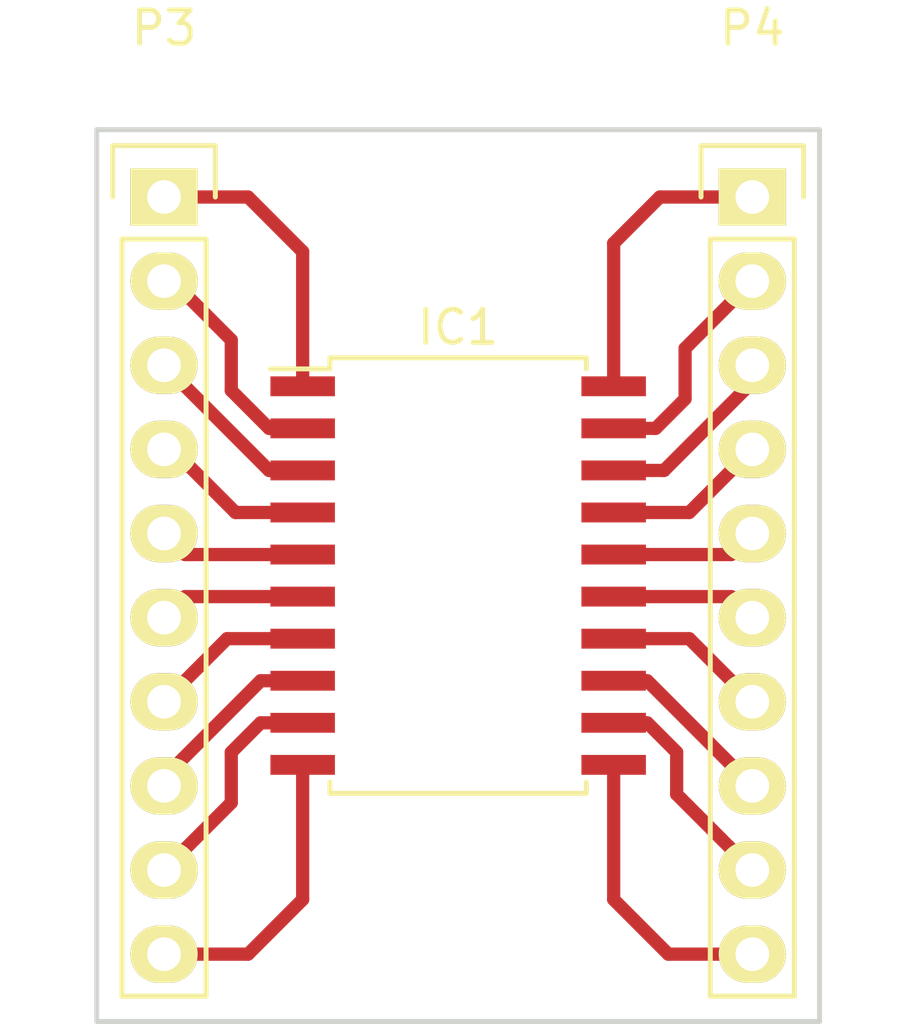
<source format=kicad_pcb>
(kicad_pcb (version 4) (host pcbnew 0.201512031508+6343~38~ubuntu14.04.1-stable)

  (general
    (links 20)
    (no_connects 0)
    (area 162.992999 102.032999 184.987001 167.207001)
    (thickness 1.6)
    (drawings 4)
    (tracks 56)
    (zones 0)
    (modules 3)
    (nets 21)
  )

  (page A4)
  (layers
    (0 F.Cu signal)
    (31 B.Cu signal)
    (32 B.Adhes user)
    (33 F.Adhes user)
    (34 B.Paste user)
    (35 F.Paste user)
    (36 B.SilkS user)
    (37 F.SilkS user)
    (38 B.Mask user)
    (39 F.Mask user)
    (40 Dwgs.User user)
    (41 Cmts.User user)
    (42 Eco1.User user)
    (43 Eco2.User user)
    (44 Edge.Cuts user)
    (45 Margin user)
    (46 B.CrtYd user)
    (47 F.CrtYd user)
    (48 B.Fab user)
    (49 F.Fab user)
  )

  (setup
    (last_trace_width 0.4)
    (trace_clearance 0.2)
    (zone_clearance 0.508)
    (zone_45_only no)
    (trace_min 0.2)
    (segment_width 0.2)
    (edge_width 0.15)
    (via_size 0.8)
    (via_drill 0.4)
    (via_min_size 0.4)
    (via_min_drill 0.3)
    (uvia_size 0.3)
    (uvia_drill 0.1)
    (uvias_allowed no)
    (uvia_min_size 0.2)
    (uvia_min_drill 0.1)
    (pcb_text_width 0.3)
    (pcb_text_size 1.5 1.5)
    (mod_edge_width 0.15)
    (mod_text_size 1 1)
    (mod_text_width 0.15)
    (pad_size 1.524 1.524)
    (pad_drill 0.762)
    (pad_to_mask_clearance 0.2)
    (aux_axis_origin 0 0)
    (visible_elements FFFFFF7F)
    (pcbplotparams
      (layerselection 0x00000_80000001)
      (usegerberextensions false)
      (excludeedgelayer true)
      (linewidth 1.000000)
      (plotframeref false)
      (viasonmask false)
      (mode 1)
      (useauxorigin false)
      (hpglpennumber 1)
      (hpglpenspeed 20)
      (hpglpendiameter 15)
      (hpglpenoverlay 2)
      (psnegative false)
      (psa4output false)
      (plotreference false)
      (plotvalue false)
      (plotinvisibletext false)
      (padsonsilk false)
      (subtractmaskfromsilk false)
      (outputformat 1)
      (mirror false)
      (drillshape 0)
      (scaleselection 1)
      (outputdirectory /home/nail/tmp/))
  )

  (net 0 "")
  (net 1 "Net-(IC1-Pad1)")
  (net 2 "Net-(IC1-Pad2)")
  (net 3 "Net-(IC1-Pad3)")
  (net 4 "Net-(IC1-Pad4)")
  (net 5 "Net-(IC1-Pad5)")
  (net 6 "Net-(IC1-Pad6)")
  (net 7 "Net-(IC1-Pad7)")
  (net 8 "Net-(IC1-Pad8)")
  (net 9 "Net-(IC1-Pad9)")
  (net 10 "Net-(IC1-Pad10)")
  (net 11 "Net-(IC1-Pad11)")
  (net 12 "Net-(IC1-Pad12)")
  (net 13 "Net-(IC1-Pad13)")
  (net 14 "Net-(IC1-Pad14)")
  (net 15 "Net-(IC1-Pad15)")
  (net 16 "Net-(IC1-Pad16)")
  (net 17 "Net-(IC1-Pad17)")
  (net 18 "Net-(IC1-Pad18)")
  (net 19 "Net-(IC1-Pad19)")
  (net 20 "Net-(IC1-Pad20)")

  (net_class Default "This is the default net class."
    (clearance 0.2)
    (trace_width 0.4)
    (via_dia 0.8)
    (via_drill 0.4)
    (uvia_dia 0.3)
    (uvia_drill 0.1)
    (add_net "Net-(IC1-Pad1)")
    (add_net "Net-(IC1-Pad10)")
    (add_net "Net-(IC1-Pad11)")
    (add_net "Net-(IC1-Pad12)")
    (add_net "Net-(IC1-Pad13)")
    (add_net "Net-(IC1-Pad14)")
    (add_net "Net-(IC1-Pad15)")
    (add_net "Net-(IC1-Pad16)")
    (add_net "Net-(IC1-Pad17)")
    (add_net "Net-(IC1-Pad18)")
    (add_net "Net-(IC1-Pad19)")
    (add_net "Net-(IC1-Pad2)")
    (add_net "Net-(IC1-Pad20)")
    (add_net "Net-(IC1-Pad3)")
    (add_net "Net-(IC1-Pad4)")
    (add_net "Net-(IC1-Pad5)")
    (add_net "Net-(IC1-Pad6)")
    (add_net "Net-(IC1-Pad7)")
    (add_net "Net-(IC1-Pad8)")
    (add_net "Net-(IC1-Pad9)")
  )

  (module Pin_Headers:Pin_Header_Straight_1x10 (layer F.Cu) (tedit 0) (tstamp 5638DB4B)
    (at 137.7188 95.5802)
    (descr "Through hole pin header")
    (tags "pin header")
    (path /5638DC73)
    (fp_text reference P3 (at 0 -5.1) (layer F.SilkS)
      (effects (font (size 1 1) (thickness 0.15)))
    )
    (fp_text value CONN_01X10 (at 0 -3.1) (layer F.Fab)
      (effects (font (size 1 1) (thickness 0.15)))
    )
    (fp_line (start -1.75 -1.75) (end -1.75 24.65) (layer F.CrtYd) (width 0.05))
    (fp_line (start 1.75 -1.75) (end 1.75 24.65) (layer F.CrtYd) (width 0.05))
    (fp_line (start -1.75 -1.75) (end 1.75 -1.75) (layer F.CrtYd) (width 0.05))
    (fp_line (start -1.75 24.65) (end 1.75 24.65) (layer F.CrtYd) (width 0.05))
    (fp_line (start 1.27 1.27) (end 1.27 24.13) (layer F.SilkS) (width 0.15))
    (fp_line (start 1.27 24.13) (end -1.27 24.13) (layer F.SilkS) (width 0.15))
    (fp_line (start -1.27 24.13) (end -1.27 1.27) (layer F.SilkS) (width 0.15))
    (fp_line (start 1.55 -1.55) (end 1.55 0) (layer F.SilkS) (width 0.15))
    (fp_line (start 1.27 1.27) (end -1.27 1.27) (layer F.SilkS) (width 0.15))
    (fp_line (start -1.55 0) (end -1.55 -1.55) (layer F.SilkS) (width 0.15))
    (fp_line (start -1.55 -1.55) (end 1.55 -1.55) (layer F.SilkS) (width 0.15))
    (pad 1 thru_hole rect (at 0 0) (size 2.032 1.7272) (drill 1.016) (layers *.Cu *.Mask F.SilkS)
      (net 1 "Net-(IC1-Pad1)"))
    (pad 2 thru_hole oval (at 0 2.54) (size 2.032 1.7272) (drill 1.016) (layers *.Cu *.Mask F.SilkS)
      (net 2 "Net-(IC1-Pad2)"))
    (pad 3 thru_hole oval (at 0 5.08) (size 2.032 1.7272) (drill 1.016) (layers *.Cu *.Mask F.SilkS)
      (net 3 "Net-(IC1-Pad3)"))
    (pad 4 thru_hole oval (at 0 7.62) (size 2.032 1.7272) (drill 1.016) (layers *.Cu *.Mask F.SilkS)
      (net 4 "Net-(IC1-Pad4)"))
    (pad 5 thru_hole oval (at 0 10.16) (size 2.032 1.7272) (drill 1.016) (layers *.Cu *.Mask F.SilkS)
      (net 5 "Net-(IC1-Pad5)"))
    (pad 6 thru_hole oval (at 0 12.7) (size 2.032 1.7272) (drill 1.016) (layers *.Cu *.Mask F.SilkS)
      (net 6 "Net-(IC1-Pad6)"))
    (pad 7 thru_hole oval (at 0 15.24) (size 2.032 1.7272) (drill 1.016) (layers *.Cu *.Mask F.SilkS)
      (net 7 "Net-(IC1-Pad7)"))
    (pad 8 thru_hole oval (at 0 17.78) (size 2.032 1.7272) (drill 1.016) (layers *.Cu *.Mask F.SilkS)
      (net 8 "Net-(IC1-Pad8)"))
    (pad 9 thru_hole oval (at 0 20.32) (size 2.032 1.7272) (drill 1.016) (layers *.Cu *.Mask F.SilkS)
      (net 9 "Net-(IC1-Pad9)"))
    (pad 10 thru_hole oval (at 0 22.86) (size 2.032 1.7272) (drill 1.016) (layers *.Cu *.Mask F.SilkS)
      (net 10 "Net-(IC1-Pad10)"))
    (model Pin_Headers.3dshapes/Pin_Header_Straight_1x10.wrl
      (at (xyz 0 -0.45 0))
      (scale (xyz 1 1 1))
      (rotate (xyz 0 0 90))
    )
  )

  (module Pin_Headers:Pin_Header_Straight_1x10 (layer F.Cu) (tedit 0) (tstamp 5638DB64)
    (at 155.4988 95.5802)
    (descr "Through hole pin header")
    (tags "pin header")
    (path /5638DC79)
    (fp_text reference P4 (at 0 -5.1) (layer F.SilkS)
      (effects (font (size 1 1) (thickness 0.15)))
    )
    (fp_text value CONN_01X14 (at 0 -3.1) (layer F.Fab)
      (effects (font (size 1 1) (thickness 0.15)))
    )
    (fp_line (start -1.75 -1.75) (end -1.75 24.65) (layer F.CrtYd) (width 0.05))
    (fp_line (start 1.75 -1.75) (end 1.75 24.65) (layer F.CrtYd) (width 0.05))
    (fp_line (start -1.75 -1.75) (end 1.75 -1.75) (layer F.CrtYd) (width 0.05))
    (fp_line (start -1.75 24.65) (end 1.75 24.65) (layer F.CrtYd) (width 0.05))
    (fp_line (start 1.27 1.27) (end 1.27 24.13) (layer F.SilkS) (width 0.15))
    (fp_line (start 1.27 24.13) (end -1.27 24.13) (layer F.SilkS) (width 0.15))
    (fp_line (start -1.27 24.13) (end -1.27 1.27) (layer F.SilkS) (width 0.15))
    (fp_line (start 1.55 -1.55) (end 1.55 0) (layer F.SilkS) (width 0.15))
    (fp_line (start 1.27 1.27) (end -1.27 1.27) (layer F.SilkS) (width 0.15))
    (fp_line (start -1.55 0) (end -1.55 -1.55) (layer F.SilkS) (width 0.15))
    (fp_line (start -1.55 -1.55) (end 1.55 -1.55) (layer F.SilkS) (width 0.15))
    (pad 1 thru_hole rect (at 0 0) (size 2.032 1.7272) (drill 1.016) (layers *.Cu *.Mask F.SilkS)
      (net 20 "Net-(IC1-Pad20)"))
    (pad 2 thru_hole oval (at 0 2.54) (size 2.032 1.7272) (drill 1.016) (layers *.Cu *.Mask F.SilkS)
      (net 19 "Net-(IC1-Pad19)"))
    (pad 3 thru_hole oval (at 0 5.08) (size 2.032 1.7272) (drill 1.016) (layers *.Cu *.Mask F.SilkS)
      (net 18 "Net-(IC1-Pad18)"))
    (pad 4 thru_hole oval (at 0 7.62) (size 2.032 1.7272) (drill 1.016) (layers *.Cu *.Mask F.SilkS)
      (net 17 "Net-(IC1-Pad17)"))
    (pad 5 thru_hole oval (at 0 10.16) (size 2.032 1.7272) (drill 1.016) (layers *.Cu *.Mask F.SilkS)
      (net 16 "Net-(IC1-Pad16)"))
    (pad 6 thru_hole oval (at 0 12.7) (size 2.032 1.7272) (drill 1.016) (layers *.Cu *.Mask F.SilkS)
      (net 15 "Net-(IC1-Pad15)"))
    (pad 7 thru_hole oval (at 0 15.24) (size 2.032 1.7272) (drill 1.016) (layers *.Cu *.Mask F.SilkS)
      (net 14 "Net-(IC1-Pad14)"))
    (pad 8 thru_hole oval (at 0 17.78) (size 2.032 1.7272) (drill 1.016) (layers *.Cu *.Mask F.SilkS)
      (net 13 "Net-(IC1-Pad13)"))
    (pad 9 thru_hole oval (at 0 20.32) (size 2.032 1.7272) (drill 1.016) (layers *.Cu *.Mask F.SilkS)
      (net 12 "Net-(IC1-Pad12)"))
    (pad 10 thru_hole oval (at 0 22.86) (size 2.032 1.7272) (drill 1.016) (layers *.Cu *.Mask F.SilkS)
      (net 11 "Net-(IC1-Pad11)"))
    (model Pin_Headers.3dshapes/Pin_Header_Straight_1x10.wrl
      (at (xyz 0 -0.45 0))
      (scale (xyz 1 1 1))
      (rotate (xyz 0 0 90))
    )
  )

  (module Housings_SOIC:SOIC-20_7.5x12.8mm_Pitch1.27mm (layer F.Cu) (tedit 54130A77) (tstamp 5638DB32)
    (at 146.6088 107.0102)
    (descr "20-Lead Plastic Small Outline (SO) - Wide, 7.50 mm Body [SOIC] (see Microchip Packaging Specification 00000049BS.pdf)")
    (tags "SOIC 1.27")
    (path /5638DFDA)
    (attr smd)
    (fp_text reference IC1 (at 0 -7.5) (layer F.SilkS)
      (effects (font (size 1 1) (thickness 0.15)))
    )
    (fp_text value AT90S1200-Y (at 0 7.5) (layer F.Fab)
      (effects (font (size 1 1) (thickness 0.15)))
    )
    (fp_line (start -5.95 -6.75) (end -5.95 6.75) (layer F.CrtYd) (width 0.05))
    (fp_line (start 5.95 -6.75) (end 5.95 6.75) (layer F.CrtYd) (width 0.05))
    (fp_line (start -5.95 -6.75) (end 5.95 -6.75) (layer F.CrtYd) (width 0.05))
    (fp_line (start -5.95 6.75) (end 5.95 6.75) (layer F.CrtYd) (width 0.05))
    (fp_line (start -3.875 -6.575) (end -3.875 -6.24) (layer F.SilkS) (width 0.15))
    (fp_line (start 3.875 -6.575) (end 3.875 -6.24) (layer F.SilkS) (width 0.15))
    (fp_line (start 3.875 6.575) (end 3.875 6.24) (layer F.SilkS) (width 0.15))
    (fp_line (start -3.875 6.575) (end -3.875 6.24) (layer F.SilkS) (width 0.15))
    (fp_line (start -3.875 -6.575) (end 3.875 -6.575) (layer F.SilkS) (width 0.15))
    (fp_line (start -3.875 6.575) (end 3.875 6.575) (layer F.SilkS) (width 0.15))
    (fp_line (start -3.875 -6.24) (end -5.675 -6.24) (layer F.SilkS) (width 0.15))
    (pad 1 smd rect (at -4.7 -5.715) (size 1.95 0.6) (layers F.Cu F.Paste F.Mask)
      (net 1 "Net-(IC1-Pad1)"))
    (pad 2 smd rect (at -4.7 -4.445) (size 1.95 0.6) (layers F.Cu F.Paste F.Mask)
      (net 2 "Net-(IC1-Pad2)"))
    (pad 3 smd rect (at -4.7 -3.175) (size 1.95 0.6) (layers F.Cu F.Paste F.Mask)
      (net 3 "Net-(IC1-Pad3)"))
    (pad 4 smd rect (at -4.7 -1.905) (size 1.95 0.6) (layers F.Cu F.Paste F.Mask)
      (net 4 "Net-(IC1-Pad4)"))
    (pad 5 smd rect (at -4.7 -0.635) (size 1.95 0.6) (layers F.Cu F.Paste F.Mask)
      (net 5 "Net-(IC1-Pad5)"))
    (pad 6 smd rect (at -4.7 0.635) (size 1.95 0.6) (layers F.Cu F.Paste F.Mask)
      (net 6 "Net-(IC1-Pad6)"))
    (pad 7 smd rect (at -4.7 1.905) (size 1.95 0.6) (layers F.Cu F.Paste F.Mask)
      (net 7 "Net-(IC1-Pad7)"))
    (pad 8 smd rect (at -4.7 3.175) (size 1.95 0.6) (layers F.Cu F.Paste F.Mask)
      (net 8 "Net-(IC1-Pad8)"))
    (pad 9 smd rect (at -4.7 4.445) (size 1.95 0.6) (layers F.Cu F.Paste F.Mask)
      (net 9 "Net-(IC1-Pad9)"))
    (pad 10 smd rect (at -4.7 5.715) (size 1.95 0.6) (layers F.Cu F.Paste F.Mask)
      (net 10 "Net-(IC1-Pad10)"))
    (pad 11 smd rect (at 4.7 5.715) (size 1.95 0.6) (layers F.Cu F.Paste F.Mask)
      (net 11 "Net-(IC1-Pad11)"))
    (pad 12 smd rect (at 4.7 4.445) (size 1.95 0.6) (layers F.Cu F.Paste F.Mask)
      (net 12 "Net-(IC1-Pad12)"))
    (pad 13 smd rect (at 4.7 3.175) (size 1.95 0.6) (layers F.Cu F.Paste F.Mask)
      (net 13 "Net-(IC1-Pad13)"))
    (pad 14 smd rect (at 4.7 1.905) (size 1.95 0.6) (layers F.Cu F.Paste F.Mask)
      (net 14 "Net-(IC1-Pad14)"))
    (pad 15 smd rect (at 4.7 0.635) (size 1.95 0.6) (layers F.Cu F.Paste F.Mask)
      (net 15 "Net-(IC1-Pad15)"))
    (pad 16 smd rect (at 4.7 -0.635) (size 1.95 0.6) (layers F.Cu F.Paste F.Mask)
      (net 16 "Net-(IC1-Pad16)"))
    (pad 17 smd rect (at 4.7 -1.905) (size 1.95 0.6) (layers F.Cu F.Paste F.Mask)
      (net 17 "Net-(IC1-Pad17)"))
    (pad 18 smd rect (at 4.7 -3.175) (size 1.95 0.6) (layers F.Cu F.Paste F.Mask)
      (net 18 "Net-(IC1-Pad18)"))
    (pad 19 smd rect (at 4.7 -4.445) (size 1.95 0.6) (layers F.Cu F.Paste F.Mask)
      (net 19 "Net-(IC1-Pad19)"))
    (pad 20 smd rect (at 4.7 -5.715) (size 1.95 0.6) (layers F.Cu F.Paste F.Mask)
      (net 20 "Net-(IC1-Pad20)"))
    (model Housings_SOIC.3dshapes/SOIC-20_7.5x12.8mm_Pitch1.27mm.wrl
      (at (xyz 0 0 0))
      (scale (xyz 1 1 1))
      (rotate (xyz 0 0 0))
    )
  )

  (gr_line (start 135.6868 120.4722) (end 135.6868 93.5482) (angle 90) (layer Edge.Cuts) (width 0.15))
  (gr_line (start 157.5308 120.4722) (end 135.6868 120.4722) (angle 90) (layer Edge.Cuts) (width 0.15))
  (gr_line (start 157.5308 93.5482) (end 157.5308 120.4722) (angle 90) (layer Edge.Cuts) (width 0.15))
  (gr_line (start 135.6868 93.5482) (end 157.5308 93.5482) (angle 90) (layer Edge.Cuts) (width 0.15))

  (segment (start 141.9088 101.2952) (end 141.9088 97.2302) (width 0.4) (layer F.Cu) (net 1))
  (segment (start 140.2588 95.5802) (end 137.7188 95.5802) (width 0.4) (layer F.Cu) (net 1) (tstamp 564B42A4))
  (segment (start 141.9088 97.2302) (end 140.2588 95.5802) (width 0.4) (layer F.Cu) (net 1) (tstamp 564B42A3))
  (segment (start 137.7188 98.1202) (end 137.9728 98.1202) (width 0.4) (layer F.Cu) (net 2))
  (segment (start 137.9728 98.1202) (end 139.7508 99.8982) (width 0.4) (layer F.Cu) (net 2) (tstamp 564B429D))
  (segment (start 139.7508 99.8982) (end 139.7508 101.4222) (width 0.4) (layer F.Cu) (net 2) (tstamp 564B429E))
  (segment (start 139.7508 101.4222) (end 140.8938 102.5652) (width 0.4) (layer F.Cu) (net 2) (tstamp 564B429F))
  (segment (start 140.8938 102.5652) (end 141.9088 102.5652) (width 0.4) (layer F.Cu) (net 2) (tstamp 564B42A0))
  (segment (start 141.9088 103.8352) (end 140.8938 103.8352) (width 0.4) (layer F.Cu) (net 3))
  (segment (start 140.8938 103.8352) (end 137.7188 100.6602) (width 0.4) (layer F.Cu) (net 3) (tstamp 564B4280))
  (segment (start 137.7188 103.2002) (end 137.9728 103.2002) (width 0.4) (layer F.Cu) (net 4))
  (segment (start 137.9728 103.2002) (end 139.8778 105.1052) (width 0.4) (layer F.Cu) (net 4) (tstamp 564B427B))
  (segment (start 139.8778 105.1052) (end 141.9088 105.1052) (width 0.4) (layer F.Cu) (net 4) (tstamp 564B427C))
  (segment (start 141.9088 106.3752) (end 138.3538 106.3752) (width 0.4) (layer F.Cu) (net 5))
  (segment (start 138.3538 106.3752) (end 137.7188 105.7402) (width 0.4) (layer F.Cu) (net 5) (tstamp 564B4268))
  (segment (start 141.9088 107.6452) (end 138.3538 107.6452) (width 0.4) (layer F.Cu) (net 6))
  (segment (start 138.3538 107.6452) (end 137.7188 108.2802) (width 0.4) (layer F.Cu) (net 6) (tstamp 564B426B))
  (segment (start 141.9088 108.9152) (end 139.6238 108.9152) (width 0.4) (layer F.Cu) (net 7))
  (segment (start 139.6238 108.9152) (end 137.7188 110.8202) (width 0.4) (layer F.Cu) (net 7) (tstamp 564B426E))
  (segment (start 137.7188 113.3602) (end 137.7188 113.1062) (width 0.4) (layer F.Cu) (net 8))
  (segment (start 137.7188 113.1062) (end 140.6398 110.1852) (width 0.4) (layer F.Cu) (net 8) (tstamp 564B4272))
  (segment (start 140.6398 110.1852) (end 141.9088 110.1852) (width 0.4) (layer F.Cu) (net 8) (tstamp 564B4273))
  (segment (start 141.9088 111.4552) (end 140.6398 111.4552) (width 0.4) (layer F.Cu) (net 9))
  (segment (start 139.7508 113.8682) (end 137.7188 115.9002) (width 0.4) (layer F.Cu) (net 9) (tstamp 564B4278))
  (segment (start 139.7508 112.3442) (end 139.7508 113.8682) (width 0.4) (layer F.Cu) (net 9) (tstamp 564B4277))
  (segment (start 140.6398 111.4552) (end 139.7508 112.3442) (width 0.4) (layer F.Cu) (net 9) (tstamp 564B4276))
  (segment (start 137.7188 118.4402) (end 140.2588 118.4402) (width 0.4) (layer F.Cu) (net 10))
  (segment (start 141.9088 116.7902) (end 141.9088 112.7252) (width 0.4) (layer F.Cu) (net 10) (tstamp 564B4284))
  (segment (start 140.2588 118.4402) (end 141.9088 116.7902) (width 0.4) (layer F.Cu) (net 10) (tstamp 564B4283))
  (segment (start 155.4988 118.4402) (end 152.9588 118.4402) (width 0.4) (layer F.Cu) (net 11))
  (segment (start 151.3088 116.7902) (end 151.3088 112.7252) (width 0.4) (layer F.Cu) (net 11) (tstamp 564B428A))
  (segment (start 152.9588 118.4402) (end 151.3088 116.7902) (width 0.4) (layer F.Cu) (net 11) (tstamp 564B4288))
  (segment (start 151.3088 111.4552) (end 152.3238 111.4552) (width 0.4) (layer F.Cu) (net 12))
  (segment (start 153.2128 113.6142) (end 155.4988 115.9002) (width 0.4) (layer F.Cu) (net 12) (tstamp 564B4290))
  (segment (start 153.2128 112.3442) (end 153.2128 113.6142) (width 0.4) (layer F.Cu) (net 12) (tstamp 564B428F))
  (segment (start 152.3238 111.4552) (end 153.2128 112.3442) (width 0.4) (layer F.Cu) (net 12) (tstamp 564B428E))
  (segment (start 151.3088 110.1852) (end 152.3238 110.1852) (width 0.4) (layer F.Cu) (net 13))
  (segment (start 152.3238 110.1852) (end 155.4988 113.3602) (width 0.4) (layer F.Cu) (net 13) (tstamp 564B4293))
  (segment (start 151.3088 108.9152) (end 153.5938 108.9152) (width 0.4) (layer F.Cu) (net 14))
  (segment (start 153.5938 108.9152) (end 155.4988 110.8202) (width 0.4) (layer F.Cu) (net 14) (tstamp 564B4296))
  (segment (start 151.3088 107.6452) (end 154.8638 107.6452) (width 0.4) (layer F.Cu) (net 15))
  (segment (start 154.8638 107.6452) (end 155.4988 108.2802) (width 0.4) (layer F.Cu) (net 15) (tstamp 564B429A))
  (segment (start 151.3088 106.3752) (end 154.8638 106.3752) (width 0.4) (layer F.Cu) (net 16))
  (segment (start 154.8638 106.3752) (end 155.4988 105.7402) (width 0.4) (layer F.Cu) (net 16) (tstamp 564B42BD))
  (segment (start 151.3088 105.1052) (end 153.5938 105.1052) (width 0.4) (layer F.Cu) (net 17))
  (segment (start 153.5938 105.1052) (end 155.4988 103.2002) (width 0.4) (layer F.Cu) (net 17) (tstamp 564B42B9))
  (segment (start 155.4988 100.6602) (end 155.4988 101.1682) (width 0.4) (layer F.Cu) (net 18))
  (segment (start 155.4988 101.1682) (end 152.8318 103.8352) (width 0.4) (layer F.Cu) (net 18) (tstamp 564B42B5))
  (segment (start 152.8318 103.8352) (end 151.3088 103.8352) (width 0.4) (layer F.Cu) (net 18) (tstamp 564B42B6))
  (segment (start 151.3088 102.5652) (end 152.5778 102.5652) (width 0.4) (layer F.Cu) (net 19))
  (segment (start 153.4668 100.1522) (end 155.4988 98.1202) (width 0.4) (layer F.Cu) (net 19) (tstamp 564B42B2))
  (segment (start 153.4668 101.6762) (end 153.4668 100.1522) (width 0.4) (layer F.Cu) (net 19) (tstamp 564B42B1))
  (segment (start 152.5778 102.5652) (end 153.4668 101.6762) (width 0.4) (layer F.Cu) (net 19) (tstamp 564B42B0))
  (segment (start 151.3088 101.2952) (end 151.3088 96.9762) (width 0.4) (layer F.Cu) (net 20))
  (segment (start 152.7048 95.5802) (end 155.4988 95.5802) (width 0.4) (layer F.Cu) (net 20) (tstamp 564B42A9))
  (segment (start 151.3088 96.9762) (end 152.7048 95.5802) (width 0.4) (layer F.Cu) (net 20) (tstamp 564B42A8))

)

</source>
